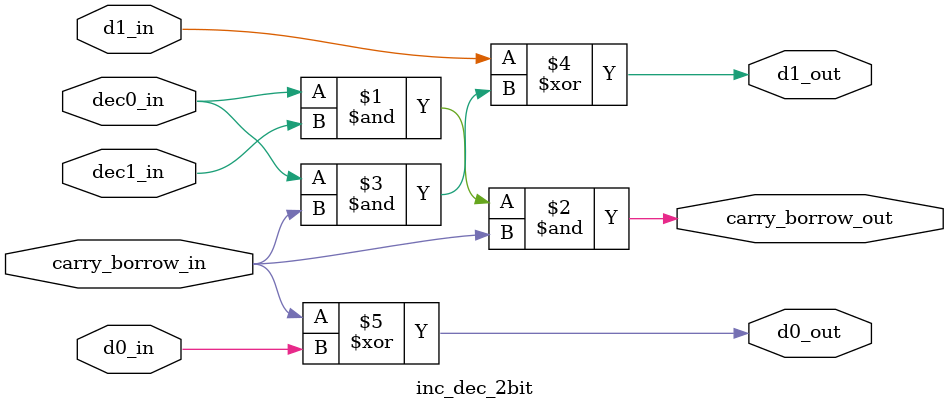
<source format=v>
module inc_dec_2bit(	// file.cleaned.mlir:2:3
  input  carry_borrow_in,	// file.cleaned.mlir:2:30
         d1_in,	// file.cleaned.mlir:2:56
         d0_in,	// file.cleaned.mlir:2:72
         dec1_in,	// file.cleaned.mlir:2:88
         dec0_in,	// file.cleaned.mlir:2:106
  output carry_borrow_out,	// file.cleaned.mlir:2:125
         d1_out,	// file.cleaned.mlir:2:152
         d0_out	// file.cleaned.mlir:2:169
);

  assign carry_borrow_out = dec0_in & dec1_in & carry_borrow_in;	// file.cleaned.mlir:4:10, :7:5
  assign d1_out = d1_in ^ dec0_in & carry_borrow_in;	// file.cleaned.mlir:3:10, :5:10, :7:5
  assign d0_out = carry_borrow_in ^ d0_in;	// file.cleaned.mlir:6:10, :7:5
endmodule


</source>
